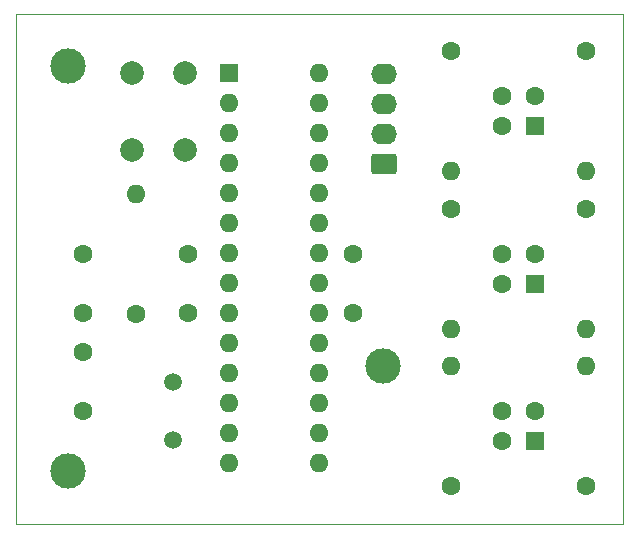
<source format=gbr>
%TF.GenerationSoftware,KiCad,Pcbnew,6.0.0*%
%TF.CreationDate,2022-01-08T16:14:39+01:00*%
%TF.ProjectId,line-tracking-sensor,6c696e65-2d74-4726-9163-6b696e672d73,0.1.0*%
%TF.SameCoordinates,Original*%
%TF.FileFunction,Soldermask,Top*%
%TF.FilePolarity,Negative*%
%FSLAX46Y46*%
G04 Gerber Fmt 4.6, Leading zero omitted, Abs format (unit mm)*
G04 Created by KiCad (PCBNEW 6.0.0) date 2022-01-08 16:14:39*
%MOMM*%
%LPD*%
G01*
G04 APERTURE LIST*
G04 Aperture macros list*
%AMRoundRect*
0 Rectangle with rounded corners*
0 $1 Rounding radius*
0 $2 $3 $4 $5 $6 $7 $8 $9 X,Y pos of 4 corners*
0 Add a 4 corners polygon primitive as box body*
4,1,4,$2,$3,$4,$5,$6,$7,$8,$9,$2,$3,0*
0 Add four circle primitives for the rounded corners*
1,1,$1+$1,$2,$3*
1,1,$1+$1,$4,$5*
1,1,$1+$1,$6,$7*
1,1,$1+$1,$8,$9*
0 Add four rect primitives between the rounded corners*
20,1,$1+$1,$2,$3,$4,$5,0*
20,1,$1+$1,$4,$5,$6,$7,0*
20,1,$1+$1,$6,$7,$8,$9,0*
20,1,$1+$1,$8,$9,$2,$3,0*%
G04 Aperture macros list end*
%TA.AperFunction,Profile*%
%ADD10C,0.100000*%
%TD*%
%ADD11C,1.600000*%
%ADD12RoundRect,0.249600X0.550400X0.550400X-0.550400X0.550400X-0.550400X-0.550400X0.550400X-0.550400X0*%
%ADD13C,3.000000*%
%ADD14C,1.500000*%
%ADD15R,1.600000X1.600000*%
%ADD16O,1.600000X1.600000*%
%ADD17C,2.000000*%
%ADD18RoundRect,0.250000X0.845000X-0.620000X0.845000X0.620000X-0.845000X0.620000X-0.845000X-0.620000X0*%
%ADD19O,2.190000X1.740000*%
G04 APERTURE END LIST*
D10*
X48577500Y-69850000D02*
X100012500Y-69850000D01*
X100012500Y-69850000D02*
X100012500Y-113030000D01*
X100012500Y-113030000D02*
X48577500Y-113030000D01*
X48577500Y-113030000D02*
X48577500Y-69850000D01*
D11*
%TO.C,U2*%
X89722500Y-106045000D03*
X89722500Y-103505000D03*
X92522500Y-103505000D03*
D12*
X92522500Y-106045000D03*
%TD*%
D13*
%TO.C,REF3*%
X53022500Y-74295000D03*
%TD*%
%TO.C,REF4*%
X53022500Y-108585000D03*
%TD*%
%TO.C,REF5*%
X79692500Y-99695000D03*
%TD*%
D14*
%TO.C,Y1*%
X61912500Y-105955000D03*
X61912500Y-101075000D03*
%TD*%
D12*
%TO.C,U4*%
X92522500Y-79375000D03*
D11*
X92522500Y-76835000D03*
X89722500Y-76835000D03*
X89722500Y-79375000D03*
%TD*%
%TO.C,U3*%
X89722500Y-92740000D03*
X89722500Y-90200000D03*
X92522500Y-90200000D03*
D12*
X92522500Y-92740000D03*
%TD*%
D15*
%TO.C,U1*%
X66587500Y-74915000D03*
D16*
X74207500Y-107935000D03*
X66587500Y-77455000D03*
X74207500Y-105395000D03*
X66587500Y-79995000D03*
X74207500Y-102855000D03*
X66587500Y-82535000D03*
X74207500Y-100315000D03*
X66587500Y-85075000D03*
X74207500Y-97775000D03*
X66587500Y-87615000D03*
X74207500Y-95235000D03*
X66587500Y-90155000D03*
X74207500Y-92695000D03*
X66587500Y-92695000D03*
X74207500Y-90155000D03*
X66587500Y-95235000D03*
X74207500Y-87615000D03*
X66587500Y-97775000D03*
X74207500Y-85075000D03*
X66587500Y-100315000D03*
X74207500Y-82535000D03*
X66587500Y-102855000D03*
X74207500Y-79995000D03*
X66587500Y-105395000D03*
X74207500Y-77455000D03*
X66587500Y-107935000D03*
X74207500Y-74915000D03*
%TD*%
D17*
%TO.C,SW1*%
X62892500Y-81355000D03*
X58392500Y-81355000D03*
X62892500Y-74855000D03*
X58392500Y-74855000D03*
%TD*%
D11*
%TO.C,R7*%
X96837500Y-73025000D03*
D16*
X96837500Y-83185000D03*
%TD*%
D11*
%TO.C,R6*%
X85407500Y-73025000D03*
D16*
X85407500Y-83185000D03*
%TD*%
D11*
%TO.C,R5*%
X96837500Y-86360000D03*
D16*
X96837500Y-96520000D03*
%TD*%
D11*
%TO.C,R4*%
X85407500Y-86360000D03*
D16*
X85407500Y-96520000D03*
%TD*%
D11*
%TO.C,R3*%
X96837500Y-109855000D03*
D16*
X96837500Y-99695000D03*
%TD*%
D11*
%TO.C,R2*%
X85407500Y-109855000D03*
D16*
X85407500Y-99695000D03*
%TD*%
D11*
%TO.C,R1*%
X58737500Y-95250000D03*
D16*
X58737500Y-85090000D03*
%TD*%
D18*
%TO.C,J1*%
X79712500Y-82550000D03*
D19*
X79712500Y-80010000D03*
X79712500Y-77470000D03*
X79712500Y-74930000D03*
%TD*%
D11*
%TO.C,C4*%
X54292500Y-103465000D03*
X54292500Y-98465000D03*
%TD*%
%TO.C,C3*%
X54292500Y-95210000D03*
X54292500Y-90210000D03*
%TD*%
%TO.C,C2*%
X63182500Y-90210000D03*
X63182500Y-95210000D03*
%TD*%
%TO.C,C1*%
X77152500Y-95210000D03*
X77152500Y-90210000D03*
%TD*%
M02*

</source>
